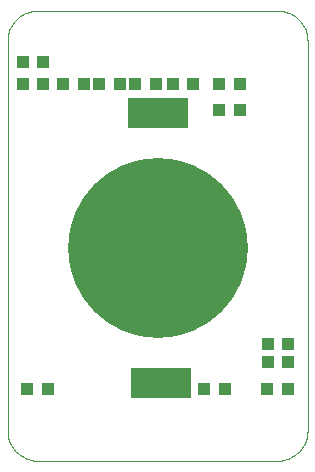
<source format=gbp>
G75*
%MOIN*%
%OFA0B0*%
%FSLAX24Y24*%
%IPPOS*%
%LPD*%
%AMOC8*
5,1,8,0,0,1.08239X$1,22.5*
%
%ADD10C,0.0000*%
%ADD11R,0.0394X0.0433*%
%ADD12R,0.2000X0.1000*%
%ADD13C,0.6000*%
%ADD14R,0.0433X0.0394*%
D10*
X000646Y001140D02*
X000646Y014140D01*
X000648Y014200D01*
X000653Y014261D01*
X000662Y014320D01*
X000675Y014379D01*
X000691Y014438D01*
X000711Y014495D01*
X000734Y014550D01*
X000761Y014605D01*
X000790Y014657D01*
X000823Y014708D01*
X000859Y014757D01*
X000897Y014803D01*
X000939Y014847D01*
X000983Y014889D01*
X001029Y014927D01*
X001078Y014963D01*
X001129Y014996D01*
X001181Y015025D01*
X001236Y015052D01*
X001291Y015075D01*
X001348Y015095D01*
X001407Y015111D01*
X001466Y015124D01*
X001525Y015133D01*
X001586Y015138D01*
X001646Y015140D01*
X009646Y015140D01*
X009706Y015138D01*
X009767Y015133D01*
X009826Y015124D01*
X009885Y015111D01*
X009944Y015095D01*
X010001Y015075D01*
X010056Y015052D01*
X010111Y015025D01*
X010163Y014996D01*
X010214Y014963D01*
X010263Y014927D01*
X010309Y014889D01*
X010353Y014847D01*
X010395Y014803D01*
X010433Y014757D01*
X010469Y014708D01*
X010502Y014657D01*
X010531Y014605D01*
X010558Y014550D01*
X010581Y014495D01*
X010601Y014438D01*
X010617Y014379D01*
X010630Y014320D01*
X010639Y014261D01*
X010644Y014200D01*
X010646Y014140D01*
X010646Y001140D01*
X010644Y001080D01*
X010639Y001019D01*
X010630Y000960D01*
X010617Y000901D01*
X010601Y000842D01*
X010581Y000785D01*
X010558Y000730D01*
X010531Y000675D01*
X010502Y000623D01*
X010469Y000572D01*
X010433Y000523D01*
X010395Y000477D01*
X010353Y000433D01*
X010309Y000391D01*
X010263Y000353D01*
X010214Y000317D01*
X010163Y000284D01*
X010111Y000255D01*
X010056Y000228D01*
X010001Y000205D01*
X009944Y000185D01*
X009885Y000169D01*
X009826Y000156D01*
X009767Y000147D01*
X009706Y000142D01*
X009646Y000140D01*
X001646Y000140D01*
X001586Y000142D01*
X001525Y000147D01*
X001466Y000156D01*
X001407Y000169D01*
X001348Y000185D01*
X001291Y000205D01*
X001236Y000228D01*
X001181Y000255D01*
X001129Y000284D01*
X001078Y000317D01*
X001029Y000353D01*
X000983Y000391D01*
X000939Y000433D01*
X000897Y000477D01*
X000859Y000523D01*
X000823Y000572D01*
X000790Y000623D01*
X000761Y000675D01*
X000734Y000730D01*
X000711Y000785D01*
X000691Y000842D01*
X000675Y000901D01*
X000662Y000960D01*
X000653Y001019D01*
X000648Y001080D01*
X000646Y001140D01*
D11*
X001311Y002540D03*
X001980Y002540D03*
X007711Y011840D03*
X007711Y012690D03*
X008380Y012690D03*
X008380Y011840D03*
X006820Y012690D03*
X006151Y012690D03*
X005580Y012690D03*
X004911Y012690D03*
X004380Y012690D03*
X003711Y012690D03*
X003180Y012690D03*
X002511Y012690D03*
X001830Y012690D03*
X001161Y012690D03*
X001161Y013440D03*
X001830Y013440D03*
X009321Y004030D03*
X009321Y003430D03*
X009990Y003430D03*
X009990Y004030D03*
X009980Y002540D03*
X009311Y002540D03*
D12*
X005746Y002740D03*
X005646Y011740D03*
D13*
X005646Y007240D03*
D14*
X007211Y002540D03*
X007880Y002540D03*
M02*

</source>
